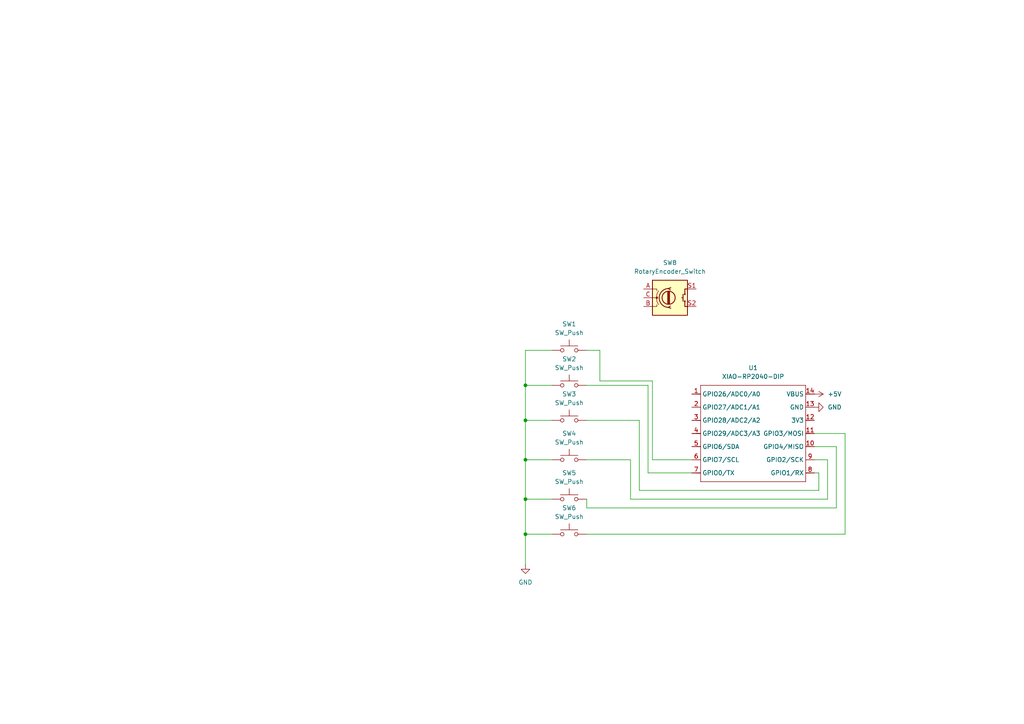
<source format=kicad_sch>
(kicad_sch (version 20250114) (generator "eeschema") (generator_version "9.0")
  (paper "A4")
  (lib_symbols
    (symbol "Device:RotaryEncoder_Switch" (pin_names (offset 0.254) (hide yes))
      (property "Reference" "SW" (at 0 6.604 0))
      (property "Value" "RotaryEncoder_Switch" (at 0 -6.604 0))
      (symbol "RotaryEncoder_Switch_0_1"
        (rectangle (start -5.08 5.08) (end 5.08 -5.08) (stroke (width 0.254)) (fill (type background)))
        (polyline (pts (xy -5.08 2.54) (xy -3.81 2.54) (xy -3.81 2.032)))
        (polyline (pts (xy -5.08 0) (xy -3.81 0) (xy -3.81 -1.016) (xy -3.302 -2.032)))
        (polyline (pts (xy -5.08 -2.54) (xy -3.81 -2.54) (xy -3.81 -2.032)))
        (polyline (pts (xy -4.318 0) (xy -3.81 0) (xy -3.81 1.016) (xy -3.302 2.032)))
        (circle (center -3.81 0) (radius 0.254) (fill (type outline)))
        (polyline (pts (xy -0.635 -1.778) (xy -0.635 1.778)) (stroke (width 0.254)))
        (circle (center -0.381 0) (radius 1.905) (stroke (width 0.254)))
        (polyline (pts (xy -0.381 -1.778) (xy -0.381 1.778)) (stroke (width 0.254)))
        (arc (start -0.381 -2.794) (mid -3.0988 -0.0635) (end -0.381 2.667) (stroke (width 0.254)))
        (polyline (pts (xy -0.127 1.778) (xy -0.127 -1.778)) (stroke (width 0.254)))
        (polyline (pts (xy 0.254 2.921) (xy -0.508 2.667) (xy 0.127 2.286)) (stroke (width 0.254)))
        (polyline (pts (xy 0.254 -3.048) (xy -0.508 -2.794) (xy 0.127 -2.413)) (stroke (width 0.254)))
        (polyline (pts (xy 3.81 1.016) (xy 3.81 -1.016)) (stroke (width 0.254)))
        (polyline (pts (xy 3.81 0) (xy 3.429 0)) (stroke (width 0.254)))
        (circle (center 4.318 1.016) (radius 0.127) (stroke (width 0.254)))
        (circle (center 4.318 -1.016) (radius 0.127) (stroke (width 0.254)))
        (polyline (pts (xy 5.08 2.54) (xy 4.318 2.54) (xy 4.318 1.016)) (stroke (width 0.254)))
        (polyline (pts (xy 5.08 -2.54) (xy 4.318 -2.54) (xy 4.318 -1.016)) (stroke (width 0.254)))
      )
      (symbol "RotaryEncoder_Switch_1_1"
        (pin passive line (at -7.62 2.54 0) (length 2.54) (name "A") (number "A"))
        (pin passive line (at -7.62 0 0) (length 2.54) (name "C") (number "C"))
        (pin passive line (at -7.62 -2.54 0) (length 2.54) (name "B") (number "B"))
        (pin passive line (at 7.62 2.54 180) (length 2.54) (name "S1") (number "S1"))
        (pin passive line (at 7.62 -2.54 180) (length 2.54) (name "S2") (number "S2"))
      )
    )
    (symbol "Seeed_Studio_XIAO_Series:XIAO-RP2040-DIP"
      (property "Reference" "U" (at 0 0 0))
      (property "Value" "XIAO-RP2040-DIP" (at 5.334 -1.778 0))
      (symbol "XIAO-RP2040-DIP_1_0"
        (polyline (pts (xy -1.27 -2.54) (xy 29.21 -2.54)) (stroke (width 0.1524)))
        (polyline (pts (xy -1.27 -5.08) (xy -2.54 -5.08)) (stroke (width 0.1524)))
        (polyline (pts (xy -1.27 -5.08) (xy -1.27 -2.54)) (stroke (width 0.1524)))
        (polyline (pts (xy -1.27 -8.89) (xy -2.54 -8.89)) (stroke (width 0.1524)))
        (polyline (pts (xy -1.27 -8.89) (xy -1.27 -5.08)) (stroke (width 0.1524)))
        (polyline (pts (xy -1.27 -12.7) (xy -2.54 -12.7)) (stroke (width 0.1524)))
        (polyline (pts (xy -1.27 -12.7) (xy -1.27 -8.89)) (stroke (width 0.1524)))
        (polyline (pts (xy -1.27 -16.51) (xy -2.54 -16.51)) (stroke (width 0.1524)))
        (polyline (pts (xy -1.27 -16.51) (xy -1.27 -12.7)) (stroke (width 0.1524)))
        (polyline (pts (xy -1.27 -20.32) (xy -2.54 -20.32)) (stroke (width 0.1524)))
        (polyline (pts (xy -1.27 -24.13) (xy -2.54 -24.13)) (stroke (width 0.1524)))
        (polyline (pts (xy -1.27 -27.94) (xy -2.54 -27.94)) (stroke (width 0.1524)))
        (polyline (pts (xy -1.27 -30.48) (xy -1.27 -16.51)) (stroke (width 0.1524)))
        (polyline (pts (xy 29.21 -2.54) (xy 29.21 -5.08)) (stroke (width 0.1524)))
        (polyline (pts (xy 29.21 -5.08) (xy 29.21 -8.89)) (stroke (width 0.1524)))
        (polyline (pts (xy 29.21 -8.89) (xy 29.21 -12.7)) (stroke (width 0.1524)))
        (polyline (pts (xy 29.21 -12.7) (xy 29.21 -30.48)) (stroke (width 0.1524)))
        (polyline (pts (xy 29.21 -30.48) (xy -1.27 -30.48)) (stroke (width 0.1524)))
        (polyline (pts (xy 30.48 -5.08) (xy 29.21 -5.08)) (stroke (width 0.1524)))
        (polyline (pts (xy 30.48 -8.89) (xy 29.21 -8.89)) (stroke (width 0.1524)))
        (polyline (pts (xy 30.48 -12.7) (xy 29.21 -12.7)) (stroke (width 0.1524)))
        (polyline (pts (xy 30.48 -16.51) (xy 29.21 -16.51)) (stroke (width 0.1524)))
        (polyline (pts (xy 30.48 -20.32) (xy 29.21 -20.32)) (stroke (width 0.1524)))
        (polyline (pts (xy 30.48 -24.13) (xy 29.21 -24.13)) (stroke (width 0.1524)))
        (polyline (pts (xy 30.48 -27.94) (xy 29.21 -27.94)) (stroke (width 0.1524)))
        (pin passive line (at -3.81 -5.08 0) (length 2.54) (name "GPIO26/ADC0/A0") (number "1"))
        (pin passive line (at -3.81 -8.89 0) (length 2.54) (name "GPIO27/ADC1/A1") (number "2"))
        (pin passive line (at -3.81 -12.7 0) (length 2.54) (name "GPIO28/ADC2/A2") (number "3"))
        (pin passive line (at -3.81 -16.51 0) (length 2.54) (name "GPIO29/ADC3/A3") (number "4"))
        (pin passive line (at -3.81 -20.32 0) (length 2.54) (name "GPIO6/SDA") (number "5"))
        (pin passive line (at -3.81 -24.13 0) (length 2.54) (name "GPIO7/SCL") (number "6"))
        (pin passive line (at -3.81 -27.94 0) (length 2.54) (name "GPIO0/TX") (number "7"))
        (pin passive line (at 31.75 -5.08 180) (length 2.54) (name "VBUS") (number "14"))
        (pin passive line (at 31.75 -8.89 180) (length 2.54) (name "GND") (number "13"))
        (pin passive line (at 31.75 -12.7 180) (length 2.54) (name "3V3") (number "12"))
        (pin passive line (at 31.75 -16.51 180) (length 2.54) (name "GPIO3/MOSI") (number "11"))
        (pin passive line (at 31.75 -20.32 180) (length 2.54) (name "GPIO4/MISO") (number "10"))
        (pin passive line (at 31.75 -24.13 180) (length 2.54) (name "GPIO2/SCK") (number "9"))
        (pin passive line (at 31.75 -27.94 180) (length 2.54) (name "GPIO1/RX") (number "8"))
      )
    )
    (symbol "Switch:SW_Push" (pin_numbers (hide yes)) (pin_names (offset 1.016) (hide yes))
      (property "Reference" "SW" (at 1.27 2.54 0))
      (property "Value" "SW_Push" (at 0 -1.524 0))
      (symbol "SW_Push_0_1"
        (circle (center -2.032 0) (radius 0.508))
        (polyline (pts (xy 0 1.27) (xy 0 3.048)))
        (circle (center 2.032 0) (radius 0.508))
        (polyline (pts (xy 2.54 1.27) (xy -2.54 1.27)))
        (pin passive line (at -5.08 0 0) (length 2.54) (name "1") (number "1"))
        (pin passive line (at 5.08 0 180) (length 2.54) (name "2") (number "2"))
      )
    )
    (symbol "power:+5V" (power) (pin_numbers (hide yes)) (pin_names (offset 0) (hide yes))
      (property "Value" "+5V" (at 0 3.556 0))
      (symbol "+5V_0_1"
        (polyline (pts (xy -0.762 1.27) (xy 0 2.54)))
        (polyline (pts (xy 0 2.54) (xy 0.762 1.27)))
        (polyline (pts (xy 0 0) (xy 0 2.54)))
      )
      (symbol "+5V_1_1"
        (pin power_in line (at 0 0 90) (length 0) (name "~") (number "1"))
      )
    )
    (symbol "power:GND" (power) (pin_numbers (hide yes)) (pin_names (offset 0) (hide yes))
      (property "Value" "GND" (at 0 -3.81 0))
      (symbol "GND_0_1"
        (polyline (pts (xy 0 0) (xy 0 -1.27) (xy 1.27 -1.27) (xy 0 -2.54) (xy -1.27 -1.27) (xy 0 -1.27)))
      )
      (symbol "GND_1_1"
        (pin power_in line (at 0 0 270) (length 0) (name "~") (number "1"))
      )
    )
  )
  (junction (at 152.4 154.94))
  (junction (at 152.4 111.76))
  (junction (at 152.4 144.78))
  (junction (at 152.4 121.92))
  (junction (at 152.4 133.35))
  (wire (pts (xy 245.11 125.73) (xy 236.22 125.73)))
  (wire (pts (xy 170.18 147.32) (xy 170.18 144.78)))
  (wire (pts (xy 189.23 133.35) (xy 200.66 133.35)))
  (wire (pts (xy 152.4 101.6) (xy 152.4 111.76)))
  (wire (pts (xy 152.4 111.76) (xy 152.4 121.92)))
  (wire (pts (xy 170.18 111.76) (xy 187.96 111.76)))
  (wire (pts (xy 170.18 101.6) (xy 173.99 101.6)))
  (wire (pts (xy 185.42 142.24) (xy 237.49 142.24)))
  (wire (pts (xy 189.23 110.49) (xy 189.23 133.35)))
  (wire (pts (xy 152.4 121.92) (xy 152.4 133.35)))
  (wire (pts (xy 187.96 111.76) (xy 187.96 137.16)))
  (wire (pts (xy 170.18 133.35) (xy 182.88 133.35)))
  (wire (pts (xy 187.96 137.16) (xy 200.66 137.16)))
  (wire (pts (xy 182.88 144.78) (xy 240.03 144.78)))
  (wire (pts (xy 185.42 121.92) (xy 185.42 142.24)))
  (wire (pts (xy 152.4 144.78) (xy 160.02 144.78)))
  (wire (pts (xy 242.57 129.54) (xy 236.22 129.54)))
  (wire (pts (xy 152.4 121.92) (xy 160.02 121.92)))
  (wire (pts (xy 170.18 147.32) (xy 242.57 147.32)))
  (wire (pts (xy 152.4 133.35) (xy 152.4 144.78)))
  (wire (pts (xy 242.57 147.32) (xy 242.57 129.54)))
  (wire (pts (xy 240.03 133.35) (xy 236.22 133.35)))
  (wire (pts (xy 152.4 111.76) (xy 160.02 111.76)))
  (wire (pts (xy 152.4 133.35) (xy 160.02 133.35)))
  (wire (pts (xy 152.4 154.94) (xy 160.02 154.94)))
  (wire (pts (xy 240.03 144.78) (xy 240.03 133.35)))
  (wire (pts (xy 152.4 144.78) (xy 152.4 154.94)))
  (wire (pts (xy 152.4 154.94) (xy 152.4 163.83)))
  (wire (pts (xy 182.88 133.35) (xy 182.88 144.78)))
  (wire (pts (xy 170.18 121.92) (xy 185.42 121.92)))
  (wire (pts (xy 170.18 154.94) (xy 245.11 154.94)))
  (wire (pts (xy 237.49 142.24) (xy 237.49 137.16)))
  (wire (pts (xy 173.99 101.6) (xy 173.99 110.49)))
  (wire (pts (xy 245.11 154.94) (xy 245.11 125.73)))
  (wire (pts (xy 237.49 137.16) (xy 236.22 137.16)))
  (wire (pts (xy 160.02 101.6) (xy 152.4 101.6)))
  (wire (pts (xy 173.99 110.49) (xy 189.23 110.49)))
  (symbol (lib_id "power:GND") (at 152.4 163.83 0) (unit 1)
    (property "Reference" "#PWR01" (effects (hide yes)))
    (property "Value" "GND" (at 152.4 168.91 0))
    (property "Description" "Power symbol creates a global label with name \"GND\" , ground" (effects (hide yes)))
  )
  (symbol (lib_id "Switch:SW_Push") (at 165.1 133.35 0) (unit 1)
    (property "Reference" "SW4" (at 165.1 125.73 0))
    (property "Value" "SW_Push" (at 165.1 128.27 0))
    (property "Description" "Push button switch, generic, two pins" (effects (hide yes)))
  )
  (symbol (lib_id "power:+5V") (at 236.22 114.3 270) (unit 1)
    (property "Reference" "#PWR03" (effects (hide yes)))
    (property "Value" "+5V" (at 240.03 114.2999 90) (effects (justify left)))
    (property "Description" "Power symbol creates a global label with name \"+5V\"" (effects (hide yes)))
  )
  (symbol (lib_id "Device:RotaryEncoder_Switch") (at 194.31 86.36 0) (unit 1)
    (property "Reference" "SW8" (at 194.31 76.2 0))
    (property "Value" "RotaryEncoder_Switch" (at 194.31 78.74 0))
    (property "Description" "Rotary encoder, dual channel, incremental quadrate outputs, with switch" (effects (hide yes)))
  )
  (symbol (lib_id "Switch:SW_Push") (at 165.1 154.94 0) (unit 1)
    (property "Reference" "SW6" (at 165.1 147.32 0))
    (property "Value" "SW_Push" (at 165.1 149.86 0))
    (property "Description" "Push button switch, generic, two pins" (effects (hide yes)))
  )
  (symbol (lib_id "Switch:SW_Push") (at 165.1 144.78 0) (unit 1)
    (property "Reference" "SW5" (at 165.1 137.16 0))
    (property "Value" "SW_Push" (at 165.1 139.7 0))
    (property "Description" "Push button switch, generic, two pins" (effects (hide yes)))
  )
  (symbol (lib_id "Switch:SW_Push") (at 165.1 111.76 0) (unit 1)
    (property "Reference" "SW2" (at 165.1 104.14 0))
    (property "Value" "SW_Push" (at 165.1 106.68 0))
    (property "Description" "Push button switch, generic, two pins" (effects (hide yes)))
  )
  (symbol (lib_id "Switch:SW_Push") (at 165.1 101.6 0) (unit 1)
    (property "Reference" "SW1" (at 165.1 93.98 0))
    (property "Value" "SW_Push" (at 165.1 96.52 0))
    (property "Description" "Push button switch, generic, two pins" (effects (hide yes)))
  )
  (symbol (lib_id "power:GND") (at 236.22 118.11 90) (unit 1)
    (property "Reference" "#PWR02" (effects (hide yes)))
    (property "Value" "GND" (at 240.03 118.1099 90) (effects (justify right)))
    (property "Description" "Power symbol creates a global label with name \"GND\" , ground" (effects (hide yes)))
  )
  (symbol (lib_id "Switch:SW_Push") (at 165.1 121.92 0) (unit 1)
    (property "Reference" "SW3" (at 165.1 114.3 0))
    (property "Value" "SW_Push" (at 165.1 116.84 0))
    (property "Description" "Push button switch, generic, two pins" (effects (hide yes)))
  )
  (symbol (lib_id "Seeed_Studio_XIAO_Series:XIAO-RP2040-DIP") (at 204.47 109.22 0) (unit 1)
    (property "Reference" "U1" (at 218.44 106.68 0))
    (property "Value" "XIAO-RP2040-DIP" (at 218.44 109.22 0))
    (property "Footprint" "Module:MOUDLE14P-XIAO-DIP-SMD" (effects (hide yes)))
  )
)
</source>
